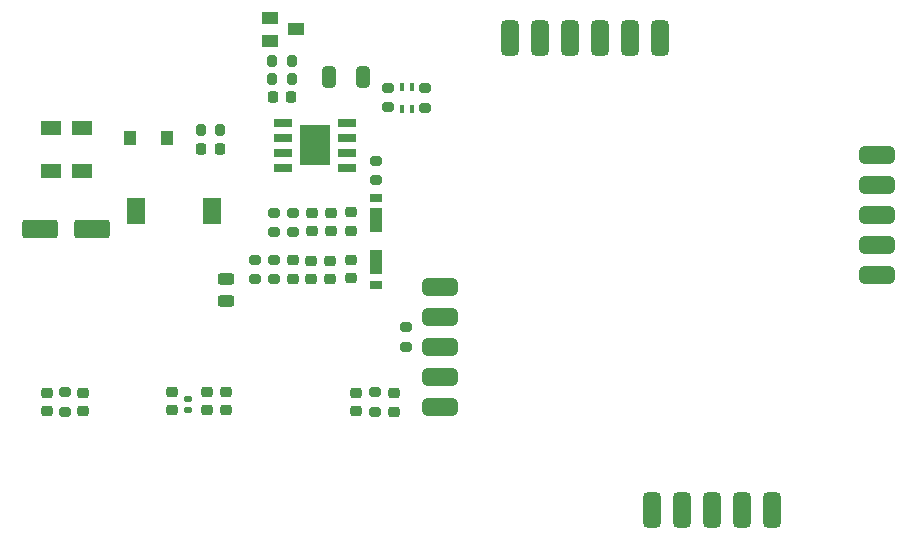
<source format=gtp>
G04 #@! TF.GenerationSoftware,KiCad,Pcbnew,9.0.0*
G04 #@! TF.CreationDate,2025-08-29T11:38:16+03:00*
G04 #@! TF.ProjectId,GSM_PCBSMAFRAHT,47534d5f-5043-4425-934d-414652414854,rev?*
G04 #@! TF.SameCoordinates,Original*
G04 #@! TF.FileFunction,Paste,Top*
G04 #@! TF.FilePolarity,Positive*
%FSLAX46Y46*%
G04 Gerber Fmt 4.6, Leading zero omitted, Abs format (unit mm)*
G04 Created by KiCad (PCBNEW 9.0.0) date 2025-08-29 11:38:16*
%MOMM*%
%LPD*%
G01*
G04 APERTURE LIST*
G04 Aperture macros list*
%AMRoundRect*
0 Rectangle with rounded corners*
0 $1 Rounding radius*
0 $2 $3 $4 $5 $6 $7 $8 $9 X,Y pos of 4 corners*
0 Add a 4 corners polygon primitive as box body*
4,1,4,$2,$3,$4,$5,$6,$7,$8,$9,$2,$3,0*
0 Add four circle primitives for the rounded corners*
1,1,$1+$1,$2,$3*
1,1,$1+$1,$4,$5*
1,1,$1+$1,$6,$7*
1,1,$1+$1,$8,$9*
0 Add four rect primitives between the rounded corners*
20,1,$1+$1,$2,$3,$4,$5,0*
20,1,$1+$1,$4,$5,$6,$7,0*
20,1,$1+$1,$6,$7,$8,$9,0*
20,1,$1+$1,$8,$9,$2,$3,0*%
G04 Aperture macros list end*
%ADD10RoundRect,0.225000X-0.250000X0.225000X-0.250000X-0.225000X0.250000X-0.225000X0.250000X0.225000X0*%
%ADD11RoundRect,0.225000X0.225000X0.250000X-0.225000X0.250000X-0.225000X-0.250000X0.225000X-0.250000X0*%
%ADD12R,1.400000X1.000000*%
%ADD13RoundRect,0.200000X0.200000X0.275000X-0.200000X0.275000X-0.200000X-0.275000X0.200000X-0.275000X0*%
%ADD14R,1.600000X2.200000*%
%ADD15RoundRect,0.200000X0.275000X-0.200000X0.275000X0.200000X-0.275000X0.200000X-0.275000X-0.200000X0*%
%ADD16R,1.120000X1.220000*%
%ADD17R,1.100000X2.000000*%
%ADD18R,1.100000X0.800000*%
%ADD19R,0.400000X0.750000*%
%ADD20RoundRect,0.225000X0.250000X-0.225000X0.250000X0.225000X-0.250000X0.225000X-0.250000X-0.225000X0*%
%ADD21RoundRect,0.250000X-0.325000X-0.650000X0.325000X-0.650000X0.325000X0.650000X-0.325000X0.650000X0*%
%ADD22R,1.800000X1.230000*%
%ADD23RoundRect,0.200000X-0.275000X0.200000X-0.275000X-0.200000X0.275000X-0.200000X0.275000X0.200000X0*%
%ADD24RoundRect,0.250000X1.250000X0.550000X-1.250000X0.550000X-1.250000X-0.550000X1.250000X-0.550000X0*%
%ADD25RoundRect,0.375000X-0.375000X1.125000X-0.375000X-1.125000X0.375000X-1.125000X0.375000X1.125000X0*%
%ADD26RoundRect,0.375000X-1.125000X-0.375000X1.125000X-0.375000X1.125000X0.375000X-1.125000X0.375000X0*%
%ADD27RoundRect,0.200000X-0.200000X-0.275000X0.200000X-0.275000X0.200000X0.275000X-0.200000X0.275000X0*%
%ADD28RoundRect,0.147500X-0.172500X0.147500X-0.172500X-0.147500X0.172500X-0.147500X0.172500X0.147500X0*%
%ADD29R,1.525000X0.700000*%
%ADD30R,2.560000X3.450000*%
%ADD31RoundRect,0.243750X0.456250X-0.243750X0.456250X0.243750X-0.456250X0.243750X-0.456250X-0.243750X0*%
G04 APERTURE END LIST*
D10*
X103320000Y-98140000D03*
X103320000Y-99690000D03*
X90000000Y-109230000D03*
X90000000Y-110780000D03*
D11*
X100075000Y-84270000D03*
X98525000Y-84270000D03*
D10*
X101750000Y-98125000D03*
X101750000Y-99675000D03*
D12*
X98270000Y-77615000D03*
X98270000Y-79515000D03*
X100470000Y-78565000D03*
D11*
X94005000Y-88650000D03*
X92455000Y-88650000D03*
D13*
X100115000Y-82740000D03*
X98465000Y-82740000D03*
D14*
X93340000Y-93970000D03*
X86940000Y-93970000D03*
D15*
X107180000Y-110935000D03*
X107180000Y-109285000D03*
D16*
X89550000Y-87740000D03*
X86450000Y-87740000D03*
D17*
X107230000Y-98260000D03*
D18*
X107230000Y-100160000D03*
D10*
X105570000Y-109325000D03*
X105570000Y-110875000D03*
D19*
X109479618Y-85276520D03*
X110279618Y-85276520D03*
X110279618Y-83426520D03*
X109479618Y-83426520D03*
D15*
X80890000Y-110935000D03*
X80890000Y-109285000D03*
D20*
X105110000Y-95605000D03*
X105110000Y-94055000D03*
D10*
X94510000Y-109255000D03*
X94510000Y-110805000D03*
D17*
X107230000Y-94730000D03*
D18*
X107230000Y-92830000D03*
D15*
X109810000Y-105435000D03*
X109810000Y-103785000D03*
D20*
X103410000Y-95635000D03*
X103410000Y-94085000D03*
D10*
X79360000Y-109345000D03*
X79360000Y-110895000D03*
D21*
X103235000Y-82600000D03*
X106185000Y-82600000D03*
D20*
X92940000Y-110785000D03*
X92940000Y-109235000D03*
D22*
X82370000Y-90570000D03*
X79750000Y-90570000D03*
D10*
X105120000Y-98050000D03*
X105120000Y-99600000D03*
D23*
X98590000Y-94075000D03*
X98590000Y-95725000D03*
D24*
X83160000Y-95470000D03*
X78760000Y-95470000D03*
D25*
X140760000Y-119280000D03*
X138220000Y-119280000D03*
X135680000Y-119280000D03*
X133140000Y-119280000D03*
X130600000Y-119280000D03*
D26*
X112650000Y-110490000D03*
X112650000Y-107950000D03*
X112650000Y-105410000D03*
X112650000Y-102870000D03*
X112650000Y-100330000D03*
D25*
X118630000Y-79270000D03*
X121170000Y-79270000D03*
X123710000Y-79270000D03*
X126250000Y-79270000D03*
X128790000Y-79270000D03*
X131330000Y-79270000D03*
D26*
X149650000Y-89180000D03*
X149650000Y-91720000D03*
X149650000Y-94260000D03*
X149650000Y-96800000D03*
X149650000Y-99340000D03*
D10*
X82450000Y-109350000D03*
X82450000Y-110900000D03*
D27*
X92415000Y-87110000D03*
X94065000Y-87110000D03*
D23*
X111420000Y-83555000D03*
X111420000Y-85205000D03*
D27*
X98455000Y-81200000D03*
X100105000Y-81200000D03*
D23*
X107260000Y-89665000D03*
X107260000Y-91315000D03*
D10*
X108790000Y-109360000D03*
X108790000Y-110910000D03*
D28*
X91370000Y-109840000D03*
X91370000Y-110810000D03*
D29*
X99340000Y-86440000D03*
X99340000Y-87710000D03*
X99340000Y-88980000D03*
X99340000Y-90250000D03*
X104764000Y-90250000D03*
X104764000Y-88980000D03*
X104764000Y-87710000D03*
X104764000Y-86440000D03*
D30*
X102052000Y-88345000D03*
D31*
X94570000Y-101577500D03*
X94570000Y-99702500D03*
D22*
X82370000Y-86890000D03*
X79750000Y-86890000D03*
D15*
X108290000Y-85135000D03*
X108290000Y-83485000D03*
X97040000Y-99705000D03*
X97040000Y-98055000D03*
D23*
X98610000Y-98065000D03*
X98610000Y-99715000D03*
D10*
X100180000Y-98115000D03*
X100180000Y-99665000D03*
D23*
X100220000Y-94095000D03*
X100220000Y-95745000D03*
D20*
X101840000Y-95665000D03*
X101840000Y-94115000D03*
M02*

</source>
